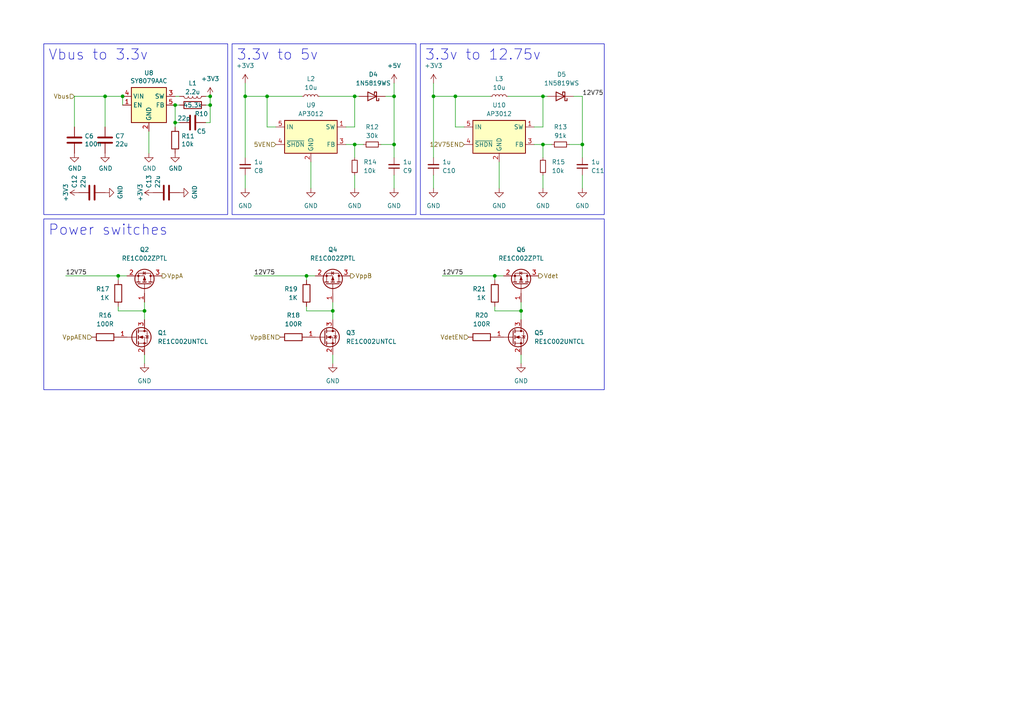
<source format=kicad_sch>
(kicad_sch (version 20230121) (generator eeschema)
  (paper "A4")
  (lib_symbols
    (symbol "Device:C_Small" (pin_numbers hide) (pin_names (offset 0.254) hide)
      (property "Reference" "C" (at 0.254 1.778 0))
      (property "Value" "C_Small" (at 0.254 -2.032 0))
      (symbol "C_Small_0_1"
        (polyline (pts (xy -1.524 -0.508) (xy 1.524 -0.508)) (stroke (width 0.3302)))
        (polyline (pts (xy -1.524 0.508) (xy 1.524 0.508)) (stroke (width 0.3048)))
      )
      (symbol "C_Small_1_1"
        (pin passive line (at 0 2.54 270) (length 2.032) (name "~") (number "1"))
        (pin passive line (at 0 -2.54 90) (length 2.032) (name "~") (number "2"))
      )
    )
    (symbol "Device:L_Small" (pin_numbers hide) (pin_names (offset 0.254) hide)
      (property "Reference" "L" (at 0.762 1.016 0))
      (property "Value" "L_Small" (at 0.762 -1.016 0))
      (symbol "L_Small_0_1"
        (arc (start 0 -2.032) (mid 0.5058 -1.524) (end 0 -1.016))
        (arc (start 0 -1.016) (mid 0.5058 -0.508) (end 0 0))
        (arc (start 0 0) (mid 0.5058 0.508) (end 0 1.016))
        (arc (start 0 1.016) (mid 0.5058 1.524) (end 0 2.032))
      )
      (symbol "L_Small_1_1"
        (pin passive line (at 0 2.54 270) (length 0.508) (name "~") (number "1"))
        (pin passive line (at 0 -2.54 90) (length 0.508) (name "~") (number "2"))
      )
    )
    (symbol "Device:R" (pin_numbers hide) (pin_names (offset 0))
      (property "Reference" "R" (at 2.032 0 90))
      (property "Value" "R" (at 0 0 90))
      (symbol "R_0_1"
        (rectangle (start -1.016 -2.54) (end 1.016 2.54) (stroke (width 0.254)))
      )
      (symbol "R_1_1"
        (pin passive line (at 0 3.81 270) (length 1.27) (name "~") (number "1"))
        (pin passive line (at 0 -3.81 90) (length 1.27) (name "~") (number "2"))
      )
    )
    (symbol "Device:R_Small" (pin_numbers hide) (pin_names (offset 0.254) hide)
      (property "Reference" "R" (at 0.762 0.508 0))
      (property "Value" "R_Small" (at 0.762 -1.016 0))
      (symbol "R_Small_0_1"
        (rectangle (start -0.762 1.778) (end 0.762 -1.778) (stroke (width 0.2032)))
      )
      (symbol "R_Small_1_1"
        (pin passive line (at 0 2.54 270) (length 0.762) (name "~") (number "1"))
        (pin passive line (at 0 -2.54 90) (length 0.762) (name "~") (number "2"))
      )
    )
    (symbol "Diode:1N5819WS" (pin_numbers hide) (pin_names (offset 1.016) hide)
      (property "Reference" "D" (at 0 2.54 0))
      (property "Value" "1N5819WS" (at 0 -2.54 0))
      (symbol "1N5819WS_0_1"
        (polyline (pts (xy 1.27 0) (xy -1.27 0)))
        (polyline (pts (xy 1.27 1.27) (xy 1.27 -1.27) (xy -1.27 0) (xy 1.27 1.27)) (stroke (width 0.254)))
        (polyline (pts (xy -1.905 0.635) (xy -1.905 1.27) (xy -1.27 1.27) (xy -1.27 -1.27) (xy -0.635 -1.27) (xy -0.635 -0.635)) (stroke (width 0.254)))
      )
      (symbol "1N5819WS_1_1"
        (pin passive line (at -3.81 0 0) (length 2.54) (name "K") (number "1"))
        (pin passive line (at 3.81 0 180) (length 2.54) (name "A") (number "2"))
      )
    )
    (symbol "GND_1" (power) (pin_names (offset 0))
      (property "Value" "GND_1" (at 0 -3.81 0))
      (symbol "GND_1_0_1"
        (polyline (pts (xy 0 0) (xy 0 -1.27) (xy 1.27 -1.27) (xy 0 -2.54) (xy -1.27 -1.27) (xy 0 -1.27)))
      )
      (symbol "GND_1_1_1"
        (pin power_in line (at 0 0 270) (length 0) hide (name "GND") (number "1"))
      )
    )
    (symbol "Regulator_Switching:AP3012"
      (property "Reference" "U" (at -7.62 5.715 0))
      (property "Value" "AP3012" (at 0 5.715 0))
      (symbol "AP3012_0_1"
        (rectangle (start -7.62 4.445) (end 7.62 -5.08) (stroke (width 0.254)) (fill (type background)))
      )
      (symbol "AP3012_1_1"
        (pin passive line (at 10.16 2.54 180) (length 2.54) (name "SW") (number "1"))
        (pin power_in line (at 0 -7.62 90) (length 2.54) (name "GND") (number "2"))
        (pin input line (at 10.16 -2.54 180) (length 2.54) (name "FB") (number "3"))
        (pin input line (at -10.16 -2.54 0) (length 2.54) (name "~{SHDN}") (number "4"))
        (pin power_in line (at -10.16 2.54 0) (length 2.54) (name "IN") (number "5"))
      )
    )
    (symbol "Transistor_FET:2N7002E" (pin_names hide)
      (property "Reference" "Q" (at 5.08 1.905 0))
      (property "Value" "2N7002E" (at 5.08 0 0))
      (symbol "2N7002E_0_1"
        (polyline (pts (xy 0.254 0) (xy -2.54 0)))
        (polyline (pts (xy 0.254 1.905) (xy 0.254 -1.905)) (stroke (width 0.254)))
        (polyline (pts (xy 0.762 -1.27) (xy 0.762 -2.286)) (stroke (width 0.254)))
        (polyline (pts (xy 0.762 0.508) (xy 0.762 -0.508)) (stroke (width 0.254)))
        (polyline (pts (xy 0.762 2.286) (xy 0.762 1.27)) (stroke (width 0.254)))
        (polyline (pts (xy 2.54 2.54) (xy 2.54 1.778)))
        (polyline (pts (xy 2.54 -2.54) (xy 2.54 0) (xy 0.762 0)))
        (polyline (pts (xy 0.762 -1.778) (xy 3.302 -1.778) (xy 3.302 1.778) (xy 0.762 1.778)))
        (polyline (pts (xy 1.016 0) (xy 2.032 0.381) (xy 2.032 -0.381) (xy 1.016 0)) (fill (type outline)))
        (polyline (pts (xy 2.794 0.508) (xy 2.921 0.381) (xy 3.683 0.381) (xy 3.81 0.254)))
        (polyline (pts (xy 3.302 0.381) (xy 2.921 -0.254) (xy 3.683 -0.254) (xy 3.302 0.381)))
        (circle (center 1.651 0) (radius 2.794) (stroke (width 0.254)))
        (circle (center 2.54 -1.778) (radius 0.254) (fill (type outline)))
        (circle (center 2.54 1.778) (radius 0.254) (fill (type outline)))
      )
      (symbol "2N7002E_1_1"
        (pin input line (at -5.08 0 0) (length 2.54) (name "G") (number "1"))
        (pin passive line (at 2.54 -5.08 90) (length 2.54) (name "S") (number "2"))
        (pin passive line (at 2.54 5.08 270) (length 2.54) (name "D") (number "3"))
      )
    )
    (symbol "Transistor_FET:AO3401A" (pin_names hide)
      (property "Reference" "Q" (at 5.08 1.905 0))
      (property "Value" "AO3401A" (at 5.08 0 0))
      (symbol "AO3401A_0_1"
        (polyline (pts (xy 0.254 0) (xy -2.54 0)))
        (polyline (pts (xy 0.254 1.905) (xy 0.254 -1.905)) (stroke (width 0.254)))
        (polyline (pts (xy 0.762 -1.27) (xy 0.762 -2.286)) (stroke (width 0.254)))
        (polyline (pts (xy 0.762 0.508) (xy 0.762 -0.508)) (stroke (width 0.254)))
        (polyline (pts (xy 0.762 2.286) (xy 0.762 1.27)) (stroke (width 0.254)))
        (polyline (pts (xy 2.54 2.54) (xy 2.54 1.778)))
        (polyline (pts (xy 2.54 -2.54) (xy 2.54 0) (xy 0.762 0)))
        (polyline (pts (xy 0.762 1.778) (xy 3.302 1.778) (xy 3.302 -1.778) (xy 0.762 -1.778)))
        (polyline (pts (xy 2.286 0) (xy 1.27 0.381) (xy 1.27 -0.381) (xy 2.286 0)) (fill (type outline)))
        (polyline (pts (xy 2.794 -0.508) (xy 2.921 -0.381) (xy 3.683 -0.381) (xy 3.81 -0.254)))
        (polyline (pts (xy 3.302 -0.381) (xy 2.921 0.254) (xy 3.683 0.254) (xy 3.302 -0.381)))
        (circle (center 1.651 0) (radius 2.794) (stroke (width 0.254)))
        (circle (center 2.54 -1.778) (radius 0.254) (fill (type outline)))
        (circle (center 2.54 1.778) (radius 0.254) (fill (type outline)))
      )
      (symbol "AO3401A_1_1"
        (pin input line (at -5.08 0 0) (length 2.54) (name "G") (number "1"))
        (pin passive line (at 2.54 -5.08 90) (length 2.54) (name "S") (number "2"))
        (pin passive line (at 2.54 5.08 270) (length 2.54) (name "D") (number "3"))
      )
    )
    (symbol "mch2021-rescue:C-Device" (pin_numbers hide) (pin_names (offset 0.254))
      (property "Reference" "C" (at 0.635 2.54 0))
      (property "Value" "C-Device" (at 0.635 -2.54 0))
      (symbol "C-Device_0_1"
        (polyline (pts (xy -2.032 -0.762) (xy 2.032 -0.762)) (stroke (width 0.508)))
        (polyline (pts (xy -2.032 0.762) (xy 2.032 0.762)) (stroke (width 0.508)))
      )
      (symbol "C-Device_1_1"
        (pin passive line (at 0 3.81 270) (length 2.794) (name "~") (number "1"))
        (pin passive line (at 0 -3.81 90) (length 2.794) (name "~") (number "2"))
      )
    )
    (symbol "mch2021-rescue:GND-power" (power) (pin_names (offset 0))
      (property "Value" "GND-power" (at 0 -3.81 0))
      (symbol "GND-power_0_1"
        (polyline (pts (xy 0 0) (xy 0 -1.27) (xy 1.27 -1.27) (xy 0 -2.54) (xy -1.27 -1.27) (xy 0 -1.27)))
      )
      (symbol "GND-power_1_1"
        (pin power_in line (at 0 0 270) (length 0) hide (name "GND") (number "1"))
      )
    )
    (symbol "mch2021-rescue:L-Device" (pin_numbers hide) (pin_names (offset 1.016) hide)
      (property "Reference" "L" (at -1.27 0 90))
      (property "Value" "L-Device" (at 1.905 0 90))
      (symbol "L-Device_0_1"
        (arc (start 0 -2.54) (mid 0.6323 -1.905) (end 0 -1.27))
        (arc (start 0 -1.27) (mid 0.6323 -0.635) (end 0 0))
        (arc (start 0 0) (mid 0.6323 0.635) (end 0 1.27))
        (arc (start 0 1.27) (mid 0.6323 1.905) (end 0 2.54))
      )
      (symbol "L-Device_1_1"
        (pin passive line (at 0 3.81 270) (length 1.27) (name "1") (number "1"))
        (pin passive line (at 0 -3.81 90) (length 1.27) (name "2") (number "2"))
      )
    )
    (symbol "mch2021-rescue:R-Device" (pin_numbers hide) (pin_names (offset 0))
      (property "Reference" "R" (at 2.032 0 90))
      (property "Value" "R-Device" (at 0 0 90))
      (symbol "R-Device_0_1"
        (rectangle (start -1.016 -2.54) (end 1.016 2.54) (stroke (width 0.254)))
      )
      (symbol "R-Device_1_1"
        (pin passive line (at 0 3.81 270) (length 1.27) (name "~") (number "1"))
        (pin passive line (at 0 -3.81 90) (length 1.27) (name "~") (number "2"))
      )
    )
    (symbol "mch2021-rescue:TLV62568DBV-Regulator_Switching"
      (property "Reference" "U" (at -5.08 6.35 0))
      (property "Value" "TLV62568DBV-Regulator_Switching" (at 0 6.35 0))
      (symbol "TLV62568DBV-Regulator_Switching_0_1"
        (rectangle (start -5.08 5.08) (end 5.08 -5.08) (stroke (width 0.254)) (fill (type background)))
      )
      (symbol "TLV62568DBV-Regulator_Switching_1_1"
        (pin input line (at -7.62 0 0) (length 2.54) (name "EN") (number "1"))
        (pin power_in line (at 0 -7.62 90) (length 2.54) (name "GND") (number "2"))
        (pin power_out line (at 7.62 2.54 180) (length 2.54) (name "SW") (number "3"))
        (pin power_in line (at -7.62 2.54 0) (length 2.54) (name "VIN") (number "4"))
        (pin input line (at 7.62 0 180) (length 2.54) (name "FB") (number "5"))
      )
    )
    (symbol "power:+3V3" (power) (pin_names (offset 0))
      (property "Value" "+3V3" (at 0 3.556 0))
      (symbol "+3V3_0_1"
        (polyline (pts (xy -0.762 1.27) (xy 0 2.54)))
        (polyline (pts (xy 0 0) (xy 0 2.54)))
        (polyline (pts (xy 0 2.54) (xy 0.762 1.27)))
      )
      (symbol "+3V3_1_1"
        (pin power_in line (at 0 0 90) (length 0) hide (name "+3V3") (number "1"))
      )
    )
    (symbol "power:+5V" (power) (pin_names (offset 0))
      (property "Value" "+5V" (at 0 3.556 0))
      (symbol "+5V_0_1"
        (polyline (pts (xy -0.762 1.27) (xy 0 2.54)))
        (polyline (pts (xy 0 0) (xy 0 2.54)))
        (polyline (pts (xy 0 2.54) (xy 0.762 1.27)))
      )
      (symbol "+5V_1_1"
        (pin power_in line (at 0 0 90) (length 0) hide (name "+5V") (number "1"))
      )
    )
    (symbol "power:GND" (power) (pin_names (offset 0))
      (property "Value" "GND" (at 0 -3.81 0))
      (symbol "GND_0_1"
        (polyline (pts (xy 0 0) (xy 0 -1.27) (xy 1.27 -1.27) (xy 0 -2.54) (xy -1.27 -1.27) (xy 0 -1.27)))
      )
      (symbol "GND_1_1"
        (pin power_in line (at 0 0 270) (length 0) hide (name "GND") (number "1"))
      )
    )
  )
  (junction (at 60.96 27.94))
  (junction (at 50.8 30.48))
  (junction (at 151.13 90.17))
  (junction (at 114.3 27.94))
  (junction (at 41.91 90.17))
  (junction (at 102.87 27.94))
  (junction (at 132.08 27.94))
  (junction (at 96.52 90.17))
  (junction (at 77.47 27.94))
  (junction (at 60.96 30.48))
  (junction (at 168.91 41.91))
  (junction (at 50.8 35.56))
  (junction (at 114.3 41.91))
  (junction (at 125.73 27.94))
  (junction (at 88.9 80.01))
  (junction (at 143.51 80.01))
  (junction (at 30.48 27.94))
  (junction (at 157.48 41.91))
  (junction (at 102.87 41.91))
  (junction (at 71.12 27.94))
  (junction (at 35.56 27.94))
  (junction (at 34.29 80.01))
  (junction (at 157.48 27.94))
  (wire (pts (xy 30.48 36.83) (xy 30.48 27.94)))
  (wire (pts (xy 60.96 30.48) (xy 59.69 30.48)))
  (wire (pts (xy 50.8 35.56) (xy 50.8 30.48)))
  (wire (pts (xy 41.91 105.41) (xy 41.91 102.87)))
  (wire (pts (xy 154.94 41.91) (xy 157.48 41.91)))
  (wire (pts (xy 77.47 36.83) (xy 77.47 27.94)))
  (wire (pts (xy 34.29 90.17) (xy 34.29 88.9)))
  (wire (pts (xy 30.48 27.94) (xy 35.56 27.94)))
  (wire (pts (xy 143.51 81.28) (xy 143.51 80.01)))
  (wire (pts (xy 154.94 36.83) (xy 157.48 36.83)))
  (wire (pts (xy 50.8 27.94) (xy 52.07 27.94)))
  (wire (pts (xy 71.12 24.13) (xy 71.12 27.94)))
  (wire (pts (xy 151.13 90.17) (xy 151.13 87.63)))
  (wire (pts (xy 50.8 30.48) (xy 52.07 30.48)))
  (wire (pts (xy 128.27 80.01) (xy 143.51 80.01)))
  (wire (pts (xy 60.96 30.48) (xy 60.96 27.94)))
  (wire (pts (xy 168.91 27.94) (xy 168.91 41.91)))
  (wire (pts (xy 102.87 27.94) (xy 92.71 27.94)))
  (wire (pts (xy 88.9 90.17) (xy 88.9 88.9)))
  (wire (pts (xy 59.69 35.56) (xy 60.96 35.56)))
  (wire (pts (xy 21.59 27.94) (xy 21.59 36.83)))
  (wire (pts (xy 151.13 105.41) (xy 151.13 102.87)))
  (wire (pts (xy 168.91 50.8) (xy 168.91 54.61)))
  (wire (pts (xy 143.51 90.17) (xy 143.51 88.9)))
  (wire (pts (xy 157.48 41.91) (xy 157.48 45.72)))
  (wire (pts (xy 88.9 81.28) (xy 88.9 80.01)))
  (wire (pts (xy 144.78 46.99) (xy 144.78 54.61)))
  (wire (pts (xy 35.56 30.48) (xy 35.56 27.94)))
  (wire (pts (xy 114.3 24.13) (xy 114.3 27.94)))
  (wire (pts (xy 151.13 90.17) (xy 151.13 92.71)))
  (wire (pts (xy 125.73 24.13) (xy 125.73 27.94)))
  (wire (pts (xy 90.17 46.99) (xy 90.17 54.61)))
  (wire (pts (xy 52.07 35.56) (xy 50.8 35.56)))
  (wire (pts (xy 157.48 41.91) (xy 160.02 41.91)))
  (wire (pts (xy 60.96 27.94) (xy 59.69 27.94)))
  (wire (pts (xy 71.12 27.94) (xy 71.12 45.72)))
  (wire (pts (xy 125.73 27.94) (xy 125.73 45.72)))
  (wire (pts (xy 88.9 80.01) (xy 91.44 80.01)))
  (wire (pts (xy 166.37 27.94) (xy 168.91 27.94)))
  (wire (pts (xy 88.9 90.17) (xy 96.52 90.17)))
  (wire (pts (xy 102.87 27.94) (xy 104.14 27.94)))
  (wire (pts (xy 43.18 38.1) (xy 43.18 44.45)))
  (wire (pts (xy 80.01 36.83) (xy 77.47 36.83)))
  (wire (pts (xy 71.12 27.94) (xy 77.47 27.94)))
  (wire (pts (xy 102.87 41.91) (xy 105.41 41.91)))
  (wire (pts (xy 41.91 90.17) (xy 41.91 92.71)))
  (wire (pts (xy 165.1 41.91) (xy 168.91 41.91)))
  (wire (pts (xy 125.73 27.94) (xy 132.08 27.94)))
  (wire (pts (xy 114.3 50.8) (xy 114.3 54.61)))
  (wire (pts (xy 60.96 35.56) (xy 60.96 30.48)))
  (wire (pts (xy 143.51 80.01) (xy 146.05 80.01)))
  (wire (pts (xy 34.29 80.01) (xy 36.83 80.01)))
  (wire (pts (xy 102.87 50.8) (xy 102.87 54.61)))
  (wire (pts (xy 132.08 36.83) (xy 132.08 27.94)))
  (wire (pts (xy 71.12 50.8) (xy 71.12 54.61)))
  (wire (pts (xy 77.47 27.94) (xy 87.63 27.94)))
  (wire (pts (xy 100.33 36.83) (xy 102.87 36.83)))
  (wire (pts (xy 34.29 90.17) (xy 41.91 90.17)))
  (wire (pts (xy 102.87 41.91) (xy 102.87 45.72)))
  (wire (pts (xy 41.91 90.17) (xy 41.91 87.63)))
  (wire (pts (xy 132.08 27.94) (xy 142.24 27.94)))
  (wire (pts (xy 114.3 41.91) (xy 114.3 45.72)))
  (wire (pts (xy 157.48 36.83) (xy 157.48 27.94)))
  (wire (pts (xy 157.48 27.94) (xy 158.75 27.94)))
  (wire (pts (xy 50.8 36.83) (xy 50.8 35.56)))
  (wire (pts (xy 157.48 27.94) (xy 147.32 27.94)))
  (wire (pts (xy 157.48 50.8) (xy 157.48 54.61)))
  (wire (pts (xy 168.91 41.91) (xy 168.91 45.72)))
  (wire (pts (xy 21.59 27.94) (xy 30.48 27.94)))
  (wire (pts (xy 134.62 36.83) (xy 132.08 36.83)))
  (wire (pts (xy 96.52 105.41) (xy 96.52 102.87)))
  (wire (pts (xy 34.29 81.28) (xy 34.29 80.01)))
  (wire (pts (xy 110.49 41.91) (xy 114.3 41.91)))
  (wire (pts (xy 125.73 50.8) (xy 125.73 54.61)))
  (wire (pts (xy 143.51 90.17) (xy 151.13 90.17)))
  (wire (pts (xy 96.52 90.17) (xy 96.52 92.71)))
  (wire (pts (xy 100.33 41.91) (xy 102.87 41.91)))
  (wire (pts (xy 114.3 27.94) (xy 114.3 41.91)))
  (wire (pts (xy 102.87 36.83) (xy 102.87 27.94)))
  (wire (pts (xy 19.05 80.01) (xy 34.29 80.01)))
  (wire (pts (xy 111.76 27.94) (xy 114.3 27.94)))
  (wire (pts (xy 73.66 80.01) (xy 88.9 80.01)))
  (wire (pts (xy 96.52 90.17) (xy 96.52 87.63)))
  (rectangle (start 121.92 12.7) (end 175.26 62.23))
  (rectangle (start 67.31 12.7) (end 120.65 62.23))
  (rectangle (start 12.7 63.5) (end 175.26 113.03))
  (rectangle (start 12.7 12.7) (end 66.04 62.23))
  (text "3.3v to 12.75v" (at 123.19 17.78 0) (effects (font (size 3 3)) (justify left bottom)))
  (text "3.3v to 5v" (at 68.58 17.78 0) (effects (font (size 3 3)) (justify left bottom)))
  (text "Power switches" (at 13.97 68.58 0) (effects (font (size 3 3)) (justify left bottom)))
  (text "Vbus to 3.3v" (at 13.97 17.78 0) (effects (font (size 3 3)) (justify left bottom)))
  (label "12V75" (at 19.05 80.01 0))
  (label "12V75" (at 73.66 80.01 0))
  (label "12V75" (at 168.91 27.94 0))
  (label "12V75" (at 128.27 80.01 0))
  (hierarchical_label "5VEN" (shape input) (at 80.01 41.91 180))
  (hierarchical_label "Vdet" (shape output) (at 156.21 80.01 0))
  (hierarchical_label "VdetEN" (shape input) (at 135.89 97.79 180))
  (hierarchical_label "VppAEN" (shape input) (at 26.67 97.79 180))
  (hierarchical_label "Vbus" (shape input) (at 21.59 27.94 180))
  (hierarchical_label "12V75EN" (shape input) (at 134.62 41.91 180))
  (hierarchical_label "VppB" (shape output) (at 101.6 80.01 0))
  (hierarchical_label "VppA" (shape output) (at 46.99 80.01 0))
  (hierarchical_label "VppBEN" (shape input) (at 81.28 97.79 180))
  (symbol (lib_id "mch2021-rescue:GND-power") (at 21.59 44.45 0) (unit 1)
    (property "Reference" "#PWR043" (effects hide))
    (property "Value" "GND" (at 21.717 48.8442 0))
    (instances (project "sao_eprom_v2" (path "" (reference "#PWR043") (unit 1))) (project "power" (path "" (reference "#PWR0158") (unit 1))))
  )
  (symbol (lib_id "Device:R") (at 85.09 97.79 90) (unit 1)
    (property "Reference" "R18" (at 85.09 91.44 90))
    (property "Value" "100R" (at 85.09 93.98 90))
    (property "Footprint" "Resistor_SMD:R_0402_1005Metric_Pad0.72x0.64mm_HandSolder" (effects hide))
    (instances (project "sao_eprom_v2" (path "" (reference "R18") (unit 1))) (project "sao_eprom" (path "" (reference "R10") (unit 1))))
  )
  (symbol (lib_id "Device:C_Small") (at 71.12 48.26 0) (mirror x) (unit 1)
    (property "Reference" "C8" (at 73.66 49.5237 0) (effects (justify left)))
    (property "Value" "1u" (at 73.66 46.9837 0) (effects (justify left)))
    (property "Footprint" "Capacitor_SMD:C_0603_1608Metric_Pad1.08x0.95mm_HandSolder" (effects hide))
    (instances (project "sao_eprom_v2" (path "" (reference "C8") (unit 1))) (project "vfd" (path "" (reference "C1") (unit 1))))
  )
  (symbol (lib_id "Device:R") (at 30.48 97.79 90) (unit 1)
    (property "Reference" "R16" (at 30.48 91.44 90))
    (property "Value" "100R" (at 30.48 93.98 90))
    (property "Footprint" "Resistor_SMD:R_0402_1005Metric_Pad0.72x0.64mm_HandSolder" (effects hide))
    (instances (project "sao_eprom_v2" (path "" (reference "R16") (unit 1))) (project "sao_eprom" (path "" (reference "R10") (unit 1))))
  )
  (symbol (lib_id "Device:C_Small") (at 168.91 48.26 0) (mirror x) (unit 1)
    (property "Reference" "C11" (at 171.45 49.5237 0) (effects (justify left)))
    (property "Value" "1u" (at 171.45 46.9837 0) (effects (justify left)))
    (property "Footprint" "Capacitor_SMD:C_0603_1608Metric_Pad1.08x0.95mm_HandSolder" (effects hide))
    (instances (project "sao_eprom_v2" (path "" (reference "C11") (unit 1))) (project "vfd" (path "" (reference "C3") (unit 1))))
  )
  (symbol (lib_id "power:GND") (at 102.87 54.61 0) (unit 1)
    (property "Reference" "#PWR049" (effects hide))
    (property "Value" "GND" (at 102.87 59.69 0))
    (instances (project "sao_eprom_v2" (path "" (reference "#PWR049") (unit 1))) (project "vfd" (path "" (reference "#PWR08") (unit 1))))
  )
  (symbol (lib_id "power:+3V3") (at 60.96 27.94 0) (unit 1)
    (property "Reference" "#PWR042" (effects hide))
    (property "Value" "+3V3" (at 60.96 22.86 0))
  )
  (symbol (lib_id "mch2021-rescue:L-Device") (at 55.88 27.94 270) (unit 1)
    (property "Reference" "L1" (at 55.88 24.13 90))
    (property "Value" "2.2u" (at 55.88 26.67 90))
    (property "Footprint" "Inductor_SMD:L_0402_1005Metric_Pad0.77x0.64mm_HandSolder" (effects hide))
    (property "Datasheet" "https://datasheet.lcsc.com/lcsc/1912111437_PSA-Prosperity-Dielectrics-MCS20FC-2R2MHC_C375944.pdf" (effects hide))
    (property "LCSC" "C375944" (effects hide))
    (property "Mouser" "-" (effects hide))
    (property "Sponsored" "N" (effects hide))
    (property "Category" "Inductors" (effects hide))
    (property "MPN" "MCS20FC-2R2MHC" (effects hide))
    (property "Manufacturer" "PSA" (effects hide))
    (property "Buy early" "Y" (effects hide))
    (instances (project "sao_eprom_v2" (path "" (reference "L1") (unit 1))) (project "power" (path "" (reference "L3") (unit 1))))
  )
  (symbol (lib_id "Diode:1N5819WS") (at 162.56 27.94 180) (unit 1)
    (property "Reference" "D5" (at 162.8775 21.59 0))
    (property "Value" "1N5819WS" (at 162.8775 24.13 0))
    (property "Footprint" "Diode_SMD:D_SOD-323" (effects hide))
    (property "Datasheet" "https://datasheet.lcsc.com/lcsc/2204281430_Guangdong-Hottech-1N5819WS_C191023.pdf" (effects hide))
    (instances (project "sao_eprom_v2" (path "" (reference "D5") (unit 1))) (project "vfd" (path "" (reference "D1") (unit 1))))
  )
  (symbol (lib_id "mch2021-rescue:GND-power") (at 43.18 44.45 0) (unit 1)
    (property "Reference" "#PWR045" (effects hide))
    (property "Value" "GND" (at 43.307 48.8442 0))
    (instances (project "sao_eprom_v2" (path "" (reference "#PWR045") (unit 1))) (project "power" (path "" (reference "#PWR0168") (unit 1))))
  )
  (symbol (lib_id "Device:R") (at 139.7 97.79 90) (unit 1)
    (property "Reference" "R20" (at 139.7 91.44 90))
    (property "Value" "100R" (at 139.7 93.98 90))
    (property "Footprint" "Resistor_SMD:R_0402_1005Metric_Pad0.72x0.64mm_HandSolder" (effects hide))
    (instances (project "sao_eprom_v2" (path "" (reference "R20") (unit 1))) (project "sao_eprom" (path "" (reference "R10") (unit 1))))
  )
  (symbol (lib_name "GND_1") (lib_id "power:GND") (at 41.91 105.41 0) (unit 1)
    (property "Reference" "#PWR059" (effects hide))
    (property "Value" "GND" (at 41.91 110.49 0))
    (instances (project "sao_eprom_v2" (path "" (reference "#PWR059") (unit 1))) (project "sao_eprom" (path "" (reference "#PWR049") (unit 1))))
  )
  (symbol (lib_id "Transistor_FET:2N7002E") (at 148.59 97.79 0) (unit 1)
    (property "Reference" "Q5" (at 154.94 96.5199 0) (effects (justify left)))
    (property "Value" "RE1C002UNTCL" (at 154.94 99.0599 0) (effects (justify left)))
    (property "Footprint" "Package_TO_SOT_SMD:SOT-416" (effects hide))
    (property "Datasheet" "http://www.diodes.com/assets/Datasheets/ds30376.pdf" (effects hide))
    (instances (project "sao_eprom_v2" (path "" (reference "Q5") (unit 1))) (project "sao_eprom" (path "" (reference "Q1") (unit 1))))
  )
  (symbol (lib_id "mch2021-rescue:GND-power") (at 30.48 44.45 0) (unit 1)
    (property "Reference" "#PWR044" (effects hide))
    (property "Value" "GND" (at 30.607 48.8442 0))
    (instances (project "sao_eprom_v2" (path "" (reference "#PWR044") (unit 1))) (project "power" (path "" (reference "#PWR0164") (unit 1))))
  )
  (symbol (lib_name "GND_1") (lib_id "power:GND") (at 151.13 105.41 0) (unit 1)
    (property "Reference" "#PWR061" (effects hide))
    (property "Value" "GND" (at 151.13 110.49 0))
    (instances (project "sao_eprom_v2" (path "" (reference "#PWR061") (unit 1))) (project "sao_eprom" (path "" (reference "#PWR049") (unit 1))))
  )
  (symbol (lib_id "mch2021-rescue:C-Device") (at 21.59 40.64 0) (unit 1)
    (property "Reference" "C6" (at 24.511 39.4716 0) (effects (justify left)))
    (property "Value" "100n" (at 24.511 41.783 0) (effects (justify left)))
    (property "Footprint" "Capacitor_SMD:C_0402_1005Metric_Pad0.74x0.62mm_HandSolder" (effects hide))
    (property "Datasheet" "https://datasheet.lcsc.com/lcsc/1810191222_Samsung-Electro-Mechanics-CL05B104KB54PNC_C307331.pdf" (effects hide))
    (property "Sponsored" "N" (effects hide))
    (property "LCSC" "C307331" (effects hide))
    (property "Category" "Capacitors" (effects hide))
    (property "Description" "Generic part" (effects hide))
    (property "Buy early" "Y" (effects hide))
    (property "MPN" "CL05B104KB54PNC" (effects hide))
    (property "Manufacturer" "Samsung Electro-Mechanics" (effects hide))
    (property "Minimal voltage rating" "10" (effects hide))
    (property "Voltage rating" "50" (effects hide))
    (instances (project "sao_eprom_v2" (path "" (reference "C6") (unit 1))) (project "power" (path "" (reference "C35") (unit 1))))
  )
  (symbol (lib_id "mch2021-rescue:C-Device") (at 55.88 35.56 270) (unit 1)
    (property "Reference" "C5" (at 58.42 38.1 90))
    (property "Value" "22p" (at 53.34 34.29 90))
    (property "Footprint" "Capacitor_SMD:C_0402_1005Metric_Pad0.74x0.62mm_HandSolder" (effects hide))
    (property "Datasheet" "https://datasheet.lcsc.com/lcsc/1912111437_CCTC-TCC0402C0G220J500AT_C466226.pdf" (effects hide))
    (property "Sponsored" "N" (effects hide))
    (property "LCSC" "C466226" (effects hide))
    (property "MANUFACTURER" "YAGEO" (effects hide))
    (property "MPN" "TCC0402C0G220J500AT" (effects hide))
    (property "Category" "Capacitors" (effects hide))
    (property "Description" "Generic part" (effects hide))
    (property "Buy early" "Y" (effects hide))
    (property "Manufacturer" "CCTC" (effects hide))
    (property "Minimal voltage rating" "10" (effects hide))
    (property "Voltage rating" "50" (effects hide))
    (instances (project "sao_eprom_v2" (path "" (reference "C5") (unit 1))) (project "power" (path "" (reference "C40") (unit 1))))
  )
  (symbol (lib_id "mch2021-rescue:C-Device") (at 26.67 55.88 90) (unit 1)
    (property "Reference" "C12" (at 21.59 54.61 0) (effects (justify left)))
    (property "Value" "22u" (at 24.13 54.61 0) (effects (justify left)))
    (property "Footprint" "Capacitor_SMD:C_0805_2012Metric_Pad1.18x1.45mm_HandSolder" (effects hide))
    (property "Datasheet" "https://datasheet.lcsc.com/lcsc/2006102223_Samsung-Electro-Mechanics-CL21A226MAYNNNE_C602037.pdf" (effects hide))
    (property "Sponsored" "N" (effects hide))
    (property "LCSC" "C602037" (effects hide))
    (property "Category" "Capacitors" (effects hide))
    (property "Description" "Generic part" (effects hide))
    (property "Buy early" "Y" (effects hide))
    (property "MPN" "CL21A226MAYNNNE" (effects hide))
    (property "Manufacturer" "Samsung Electro-Mechanics" (effects hide))
    (property "Minimal voltage rating" "10" (effects hide))
    (property "Voltage rating" "25" (effects hide))
    (instances (project "sao_eprom_v2" (path "" (reference "C12") (unit 1))) (project "power" (path "" (reference "C45") (unit 1))))
  )
  (symbol (lib_id "Device:R") (at 88.9 85.09 0) (mirror y) (unit 1)
    (property "Reference" "R19" (at 86.36 83.8199 0) (effects (justify left)))
    (property "Value" "1K" (at 86.36 86.3599 0) (effects (justify left)))
    (property "Footprint" "Resistor_SMD:R_0402_1005Metric_Pad0.72x0.64mm_HandSolder" (effects hide))
    (instances (project "sao_eprom_v2" (path "" (reference "R19") (unit 1))) (project "sao_eprom" (path "" (reference "R11") (unit 1))))
  )
  (symbol (lib_id "Device:C_Small") (at 114.3 48.26 0) (mirror x) (unit 1)
    (property "Reference" "C9" (at 116.84 49.5237 0) (effects (justify left)))
    (property "Value" "1u" (at 116.84 46.9837 0) (effects (justify left)))
    (property "Footprint" "Capacitor_SMD:C_0603_1608Metric_Pad1.08x0.95mm_HandSolder" (effects hide))
    (instances (project "sao_eprom_v2" (path "" (reference "C9") (unit 1))) (project "vfd" (path "" (reference "C3") (unit 1))))
  )
  (symbol (lib_id "Regulator_Switching:AP3012") (at 144.78 39.37 0) (unit 1)
    (property "Reference" "U10" (at 144.78 30.48 0))
    (property "Value" "AP3012" (at 144.78 33.02 0))
    (property "Footprint" "Package_TO_SOT_SMD:SOT-23-5" (effects hide))
    (property "Datasheet" "https://www.diodes.com/assets/Datasheets/AP3012.pdf" (effects hide))
    (instances (project "sao_eprom_v2" (path "" (reference "U10") (unit 1))) (project "vfd" (path "" (reference "U1") (unit 1))))
  )
  (symbol (lib_id "power:+3V3") (at 44.45 55.88 90) (unit 1)
    (property "Reference" "#PWR055" (effects hide))
    (property "Value" "+3V3" (at 40.64 55.88 0))
  )
  (symbol (lib_id "power:GND") (at 125.73 54.61 0) (unit 1)
    (property "Reference" "#PWR051" (effects hide))
    (property "Value" "GND" (at 125.73 59.69 0))
    (instances (project "sao_eprom_v2" (path "" (reference "#PWR051") (unit 1))) (project "vfd" (path "" (reference "#PWR05") (unit 1))))
  )
  (symbol (lib_id "mch2021-rescue:C-Device") (at 30.48 40.64 0) (unit 1)
    (property "Reference" "C7" (at 33.401 39.4716 0) (effects (justify left)))
    (property "Value" "22u" (at 33.401 41.783 0) (effects (justify left)))
    (property "Footprint" "Capacitor_SMD:C_0805_2012Metric_Pad1.18x1.45mm_HandSolder" (effects hide))
    (property "Datasheet" "https://datasheet.lcsc.com/lcsc/2006102223_Samsung-Electro-Mechanics-CL21A226MAYNNNE_C602037.pdf" (effects hide))
    (property "Sponsored" "N" (effects hide))
    (property "LCSC" "C602037" (effects hide))
    (property "Category" "Capacitors" (effects hide))
    (property "Description" "Generic part" (effects hide))
    (property "Buy early" "Y" (effects hide))
    (property "MPN" "CL21A226MAYNNNE" (effects hide))
    (property "Manufacturer" "Samsung Electro-Mechanics" (effects hide))
    (property "Minimal voltage rating" "10" (effects hide))
    (property "Voltage rating" "25" (effects hide))
    (instances (project "sao_eprom_v2" (path "" (reference "C7") (unit 1))) (project "power" (path "" (reference "C38") (unit 1))))
  )
  (symbol (lib_id "mch2021-rescue:GND-power") (at 52.07 55.88 90) (unit 1)
    (property "Reference" "#PWR058" (effects hide))
    (property "Value" "GND" (at 56.4642 55.753 0))
    (instances (project "sao_eprom_v2" (path "" (reference "#PWR058") (unit 1))) (project "power" (path "" (reference "#PWR0181") (unit 1))))
  )
  (symbol (lib_id "Diode:1N5819WS") (at 107.95 27.94 180) (unit 1)
    (property "Reference" "D4" (at 108.2675 21.59 0))
    (property "Value" "1N5819WS" (at 108.2675 24.13 0))
    (property "Footprint" "Diode_SMD:D_SOD-323" (effects hide))
    (property "Datasheet" "https://datasheet.lcsc.com/lcsc/2204281430_Guangdong-Hottech-1N5819WS_C191023.pdf" (effects hide))
    (instances (project "sao_eprom_v2" (path "" (reference "D4") (unit 1))) (project "vfd" (path "" (reference "D1") (unit 1))))
  )
  (symbol (lib_id "power:+3V3") (at 125.73 24.13 0) (unit 1)
    (property "Reference" "#PWR041" (effects hide))
    (property "Value" "+3V3" (at 125.73 19.05 0))
  )
  (symbol (lib_id "power:GND") (at 114.3 54.61 0) (unit 1)
    (property "Reference" "#PWR050" (effects hide))
    (property "Value" "GND" (at 114.3 59.69 0))
    (instances (project "sao_eprom_v2" (path "" (reference "#PWR050") (unit 1))) (project "vfd" (path "" (reference "#PWR012") (unit 1))))
  )
  (symbol (lib_id "power:GND") (at 157.48 54.61 0) (unit 1)
    (property "Reference" "#PWR053" (effects hide))
    (property "Value" "GND" (at 157.48 59.69 0))
    (instances (project "sao_eprom_v2" (path "" (reference "#PWR053") (unit 1))) (project "vfd" (path "" (reference "#PWR08") (unit 1))))
  )
  (symbol (lib_id "power:GND") (at 144.78 54.61 0) (unit 1)
    (property "Reference" "#PWR052" (effects hide))
    (property "Value" "GND" (at 144.78 59.69 0))
    (instances (project "sao_eprom_v2" (path "" (reference "#PWR052") (unit 1))) (project "vfd" (path "" (reference "#PWR07") (unit 1))))
  )
  (symbol (lib_id "power:GND") (at 71.12 54.61 0) (unit 1)
    (property "Reference" "#PWR047" (effects hide))
    (property "Value" "GND" (at 71.12 59.69 0))
    (instances (project "sao_eprom_v2" (path "" (reference "#PWR047") (unit 1))) (project "vfd" (path "" (reference "#PWR05") (unit 1))))
  )
  (symbol (lib_id "power:GND") (at 90.17 54.61 0) (unit 1)
    (property "Reference" "#PWR048" (effects hide))
    (property "Value" "GND" (at 90.17 59.69 0))
    (instances (project "sao_eprom_v2" (path "" (reference "#PWR048") (unit 1))) (project "vfd" (path "" (reference "#PWR07") (unit 1))))
  )
  (symbol (lib_id "Device:R_Small") (at 157.48 48.26 180) (unit 1)
    (property "Reference" "R15" (at 160.02 46.99 0) (effects (justify right)))
    (property "Value" "10k" (at 160.02 49.53 0) (effects (justify right)))
    (property "Footprint" "Resistor_SMD:R_0402_1005Metric_Pad0.72x0.64mm_HandSolder" (effects hide))
    (instances (project "sao_eprom_v2" (path "" (reference "R15") (unit 1))) (project "vfd" (path "" (reference "R3") (unit 1))))
  )
  (symbol (lib_id "mch2021-rescue:C-Device") (at 48.26 55.88 90) (unit 1)
    (property "Reference" "C13" (at 43.18 54.61 0) (effects (justify left)))
    (property "Value" "22u" (at 45.72 54.61 0) (effects (justify left)))
    (property "Footprint" "Capacitor_SMD:C_0805_2012Metric_Pad1.18x1.45mm_HandSolder" (effects hide))
    (property "Datasheet" "https://datasheet.lcsc.com/lcsc/2006102223_Samsung-Electro-Mechanics-CL21A226MAYNNNE_C602037.pdf" (effects hide))
    (property "Sponsored" "N" (effects hide))
    (property "LCSC" "C602037" (effects hide))
    (property "Category" "Capacitors" (effects hide))
    (property "Description" "Generic part" (effects hide))
    (property "Buy early" "Y" (effects hide))
    (property "MPN" "CL21A226MAYNNNE" (effects hide))
    (property "Manufacturer" "Samsung Electro-Mechanics" (effects hide))
    (property "Minimal voltage rating" "10" (effects hide))
    (property "Voltage rating" "25" (effects hide))
    (instances (project "sao_eprom_v2" (path "" (reference "C13") (unit 1))) (project "power" (path "" (reference "C43") (unit 1))))
  )
  (symbol (lib_id "mch2021-rescue:R-Device") (at 55.88 30.48 270) (unit 1)
    (property "Reference" "R10" (at 58.42 33.02 90))
    (property "Value" "45.3k" (at 55.88 30.48 90))
    (property "Footprint" "Resistor_SMD:R_0402_1005Metric_Pad0.72x0.64mm_HandSolder" (effects hide))
    (property "Datasheet" "https://datasheet.lcsc.com/lcsc/2110260130_UNI-ROYAL-Uniroyal-Elec-0402WGF4532TCE_C26980.pdf" (effects hide))
    (property "LCSC" "C26980" (effects hide))
    (property "Mouser" "-" (effects hide))
    (property "Sponsored" "N" (effects hide))
    (property "MANUFACTURER" "UNI-ROYAL" (effects hide))
    (property "MPN" "0402WGF4532TCE" (effects hide))
    (property "Category" "Resistors" (effects hide))
    (property "Buy early" "Y" (effects hide))
    (property "Description" "Generic part" (effects hide))
    (property "Manufacturer" "Uni-royal" (effects hide))
    (instances (project "sao_eprom_v2" (path "" (reference "R10") (unit 1))) (project "power" (path "" (reference "R60") (unit 1))))
  )
  (symbol (lib_id "power:+3V3") (at 71.12 24.13 0) (unit 1)
    (property "Reference" "#PWR039" (effects hide))
    (property "Value" "+3V3" (at 71.12 19.05 0))
  )
  (symbol (lib_id "power:+3V3") (at 22.86 55.88 90) (unit 1)
    (property "Reference" "#PWR057" (effects hide))
    (property "Value" "+3V3" (at 19.05 55.88 0))
  )
  (symbol (lib_id "Device:C_Small") (at 125.73 48.26 0) (mirror x) (unit 1)
    (property "Reference" "C10" (at 128.27 49.5237 0) (effects (justify left)))
    (property "Value" "1u" (at 128.27 46.9837 0) (effects (justify left)))
    (property "Footprint" "Capacitor_SMD:C_0603_1608Metric_Pad1.08x0.95mm_HandSolder" (effects hide))
    (instances (project "sao_eprom_v2" (path "" (reference "C10") (unit 1))) (project "vfd" (path "" (reference "C1") (unit 1))))
  )
  (symbol (lib_id "Device:R_Small") (at 107.95 41.91 90) (unit 1)
    (property "Reference" "R12" (at 107.95 36.83 90))
    (property "Value" "30k" (at 107.95 39.37 90))
    (property "Footprint" "Resistor_SMD:R_0402_1005Metric_Pad0.72x0.64mm_HandSolder" (effects hide))
    (instances (project "sao_eprom_v2" (path "" (reference "R12") (unit 1))) (project "vfd" (path "" (reference "R4") (unit 1))))
  )
  (symbol (lib_id "Transistor_FET:AO3401A") (at 96.52 82.55 270) (mirror x) (unit 1)
    (property "Reference" "Q4" (at 96.52 72.39 90))
    (property "Value" "RE1C002ZPTL" (at 96.52 74.93 90))
    (property "Footprint" "Package_TO_SOT_SMD:SOT-416" (effects hide))
    (property "Datasheet" "RE1C002ZPTL" (effects hide))
    (instances (project "sao_eprom_v2" (path "" (reference "Q4") (unit 1))) (project "sao_eprom" (path "" (reference "Q2") (unit 1))))
  )
  (symbol (lib_id "mch2021-rescue:R-Device") (at 50.8 40.64 0) (unit 1)
    (property "Reference" "R11" (at 52.578 39.4716 0) (effects (justify left)))
    (property "Value" "10k" (at 52.578 41.783 0) (effects (justify left)))
    (property "Footprint" "Resistor_SMD:R_0402_1005Metric_Pad0.72x0.64mm_HandSolder" (effects hide))
    (property "Datasheet" "https://datasheet.lcsc.com/lcsc/2110260030_UNI-ROYAL-Uniroyal-Elec-0402WGF1002TCE_C25744.pdf" (effects hide))
    (property "LCSC" "C25744" (effects hide))
    (property "Mouser" "-" (effects hide))
    (property "Sponsored" "N" (effects hide))
    (property "MANUFACTURER" "UNI-ROYAL" (effects hide))
    (property "MPN" "0402WGF1002TCE" (effects hide))
    (property "Category" "Resistors" (effects hide))
    (property "Buy early" "Y" (effects hide))
    (property "Description" "Generic part" (effects hide))
    (property "Manufacturer" "Uni-royal" (effects hide))
    (instances (project "sao_eprom_v2" (path "" (reference "R11") (unit 1))) (project "power" (path "" (reference "R57") (unit 1))))
  )
  (symbol (lib_id "Transistor_FET:AO3401A") (at 151.13 82.55 270) (mirror x) (unit 1)
    (property "Reference" "Q6" (at 151.13 72.39 90))
    (property "Value" "RE1C002ZPTL" (at 151.13 74.93 90))
    (property "Footprint" "Package_TO_SOT_SMD:SOT-416" (effects hide))
    (property "Datasheet" "RE1C002ZPTL" (effects hide))
    (instances (project "sao_eprom_v2" (path "" (reference "Q6") (unit 1))) (project "sao_eprom" (path "" (reference "Q2") (unit 1))))
  )
  (symbol (lib_id "Regulator_Switching:AP3012") (at 90.17 39.37 0) (unit 1)
    (property "Reference" "U9" (at 90.17 30.48 0))
    (property "Value" "AP3012" (at 90.17 33.02 0))
    (property "Footprint" "Package_TO_SOT_SMD:SOT-23-5" (effects hide))
    (property "Datasheet" "https://www.diodes.com/assets/Datasheets/AP3012.pdf" (effects hide))
    (instances (project "sao_eprom_v2" (path "" (reference "U9") (unit 1))) (project "vfd" (path "" (reference "U1") (unit 1))))
  )
  (symbol (lib_id "power:GND") (at 168.91 54.61 0) (unit 1)
    (property "Reference" "#PWR054" (effects hide))
    (property "Value" "GND" (at 168.91 59.69 0))
    (instances (project "sao_eprom_v2" (path "" (reference "#PWR054") (unit 1))) (project "vfd" (path "" (reference "#PWR012") (unit 1))))
  )
  (symbol (lib_id "Transistor_FET:AO3401A") (at 41.91 82.55 270) (mirror x) (unit 1)
    (property "Reference" "Q2" (at 41.91 72.39 90))
    (property "Value" "RE1C002ZPTL" (at 41.91 74.93 90))
    (property "Footprint" "Package_TO_SOT_SMD:SOT-416" (effects hide))
    (property "Datasheet" "RE1C002ZPTL" (effects hide))
  )
  (symbol (lib_id "Device:R_Small") (at 102.87 48.26 180) (unit 1)
    (property "Reference" "R14" (at 105.41 46.99 0) (effects (justify right)))
    (property "Value" "10k" (at 105.41 49.53 0) (effects (justify right)))
    (property "Footprint" "Resistor_SMD:R_0402_1005Metric_Pad0.72x0.64mm_HandSolder" (effects hide))
    (instances (project "sao_eprom_v2" (path "" (reference "R14") (unit 1))) (project "vfd" (path "" (reference "R3") (unit 1))))
  )
  (symbol (lib_id "Device:R_Small") (at 162.56 41.91 90) (unit 1)
    (property "Reference" "R13" (at 162.56 36.83 90))
    (property "Value" "91k" (at 162.56 39.37 90))
    (property "Footprint" "Resistor_SMD:R_0402_1005Metric_Pad0.72x0.64mm_HandSolder" (effects hide))
    (instances (project "sao_eprom_v2" (path "" (reference "R13") (unit 1))) (project "vfd" (path "" (reference "R4") (unit 1))))
  )
  (symbol (lib_id "Device:R") (at 143.51 85.09 0) (mirror y) (unit 1)
    (property "Reference" "R21" (at 140.97 83.8199 0) (effects (justify left)))
    (property "Value" "1K" (at 140.97 86.3599 0) (effects (justify left)))
    (property "Footprint" "Resistor_SMD:R_0402_1005Metric_Pad0.72x0.64mm_HandSolder" (effects hide))
    (instances (project "sao_eprom_v2" (path "" (reference "R21") (unit 1))) (project "sao_eprom" (path "" (reference "R11") (unit 1))))
  )
  (symbol (lib_id "Device:L_Small") (at 90.17 27.94 90) (unit 1)
    (property "Reference" "L2" (at 90.17 22.86 90))
    (property "Value" "10u" (at 90.17 25.4 90))
    (property "Footprint" "Inductor_SMD:L_0402_1005Metric_Pad0.77x0.64mm_HandSolder" (effects hide))
    (property "Part" "CSME0418D-100M-LRH" (effects hide))
    (instances (project "sao_eprom_v2" (path "" (reference "L2") (unit 1))) (project "vfd" (path "" (reference "L1") (unit 1))))
  )
  (symbol (lib_id "mch2021-rescue:GND-power") (at 30.48 55.88 90) (unit 1)
    (property "Reference" "#PWR056" (effects hide))
    (property "Value" "GND" (at 34.8742 55.753 0))
    (instances (project "sao_eprom_v2" (path "" (reference "#PWR056") (unit 1))) (project "power" (path "" (reference "#PWR0185") (unit 1))))
  )
  (symbol (lib_id "power:+5V") (at 114.3 24.13 0) (unit 1)
    (property "Reference" "#PWR040" (effects hide))
    (property "Value" "+5V" (at 114.3 19.05 0))
    (instances (project "sao_eprom_v2" (path "" (reference "#PWR040") (unit 1))) (project "vfd" (path "" (reference "#PWR011") (unit 1))))
  )
  (symbol (lib_id "Transistor_FET:2N7002E") (at 39.37 97.79 0) (unit 1)
    (property "Reference" "Q1" (at 45.72 96.5199 0) (effects (justify left)))
    (property "Value" "RE1C002UNTCL" (at 45.72 99.0599 0) (effects (justify left)))
    (property "Footprint" "Package_TO_SOT_SMD:SOT-416" (effects hide))
    (property "Datasheet" "http://www.diodes.com/assets/Datasheets/ds30376.pdf" (effects hide))
  )
  (symbol (lib_id "Transistor_FET:2N7002E") (at 93.98 97.79 0) (unit 1)
    (property "Reference" "Q3" (at 100.33 96.5199 0) (effects (justify left)))
    (property "Value" "RE1C002UNTCL" (at 100.33 99.0599 0) (effects (justify left)))
    (property "Footprint" "Package_TO_SOT_SMD:SOT-416" (effects hide))
    (property "Datasheet" "http://www.diodes.com/assets/Datasheets/ds30376.pdf" (effects hide))
    (instances (project "sao_eprom_v2" (path "" (reference "Q3") (unit 1))) (project "sao_eprom" (path "" (reference "Q1") (unit 1))))
  )
  (symbol (lib_id "mch2021-rescue:TLV62568DBV-Regulator_Switching") (at 43.18 30.48 0) (unit 1)
    (property "Reference" "U8" (at 43.18 21.1582 0))
    (property "Value" "SY8079AAC" (at 43.18 23.4696 0))
    (property "Footprint" "Package_TO_SOT_SMD:SOT-23-5" (effects hide))
    (property "Datasheet" "https://datasheet.lcsc.com/lcsc/1809050356_Silergy-Corp-SY8079AAC_C133751.pdf" (effects hide))
    (property "LCSC" "C133751" (effects hide))
    (property "Mouser" "-" (effects hide))
    (property "Sponsored" "N" (effects hide))
    (property "Category" "ICs" (effects hide))
    (property "Buy early" "Y" (effects hide))
    (property "MPN" "SY8079AAC" (effects hide))
    (property "Manufacturer" "Silergy Corp" (effects hide))
    (instances (project "sao_eprom_v2" (path "" (reference "U8") (unit 1))) (project "power" (path "" (reference "U11") (unit 1))))
  )
  (symbol (lib_id "mch2021-rescue:GND-power") (at 50.8 44.45 0) (unit 1)
    (property "Reference" "#PWR046" (effects hide))
    (property "Value" "GND" (at 50.927 48.8442 0))
    (instances (project "sao_eprom_v2" (path "" (reference "#PWR046") (unit 1))) (project "power" (path "" (reference "#PWR0172") (unit 1))))
  )
  (symbol (lib_id "Device:L_Small") (at 144.78 27.94 90) (unit 1)
    (property "Reference" "L3" (at 144.78 22.86 90))
    (property "Value" "10u" (at 144.78 25.4 90))
    (property "Footprint" "Inductor_SMD:L_0402_1005Metric_Pad0.77x0.64mm_HandSolder" (effects hide))
    (property "Part" "CSME0418D-100M-LRH" (effects hide))
    (instances (project "sao_eprom_v2" (path "" (reference "L3") (unit 1))) (project "vfd" (path "" (reference "L1") (unit 1))))
  )
  (symbol (lib_name "GND_1") (lib_id "power:GND") (at 96.52 105.41 0) (unit 1)
    (property "Reference" "#PWR060" (effects hide))
    (property "Value" "GND" (at 96.52 110.49 0))
    (instances (project "sao_eprom_v2" (path "" (reference "#PWR060") (unit 1))) (project "sao_eprom" (path "" (reference "#PWR049") (unit 1))))
  )
  (symbol (lib_id "Device:R") (at 34.29 85.09 0) (mirror y) (unit 1)
    (property "Reference" "R17" (at 31.75 83.8199 0) (effects (justify left)))
    (property "Value" "1K" (at 31.75 86.3599 0) (effects (justify left)))
    (property "Footprint" "Resistor_SMD:R_0402_1005Metric_Pad0.72x0.64mm_HandSolder" (effects hide))
    (instances (project "sao_eprom_v2" (path "" (reference "R17") (unit 1))) (project "sao_eprom" (path "" (reference "R11") (unit 1))))
  )
)
</source>
